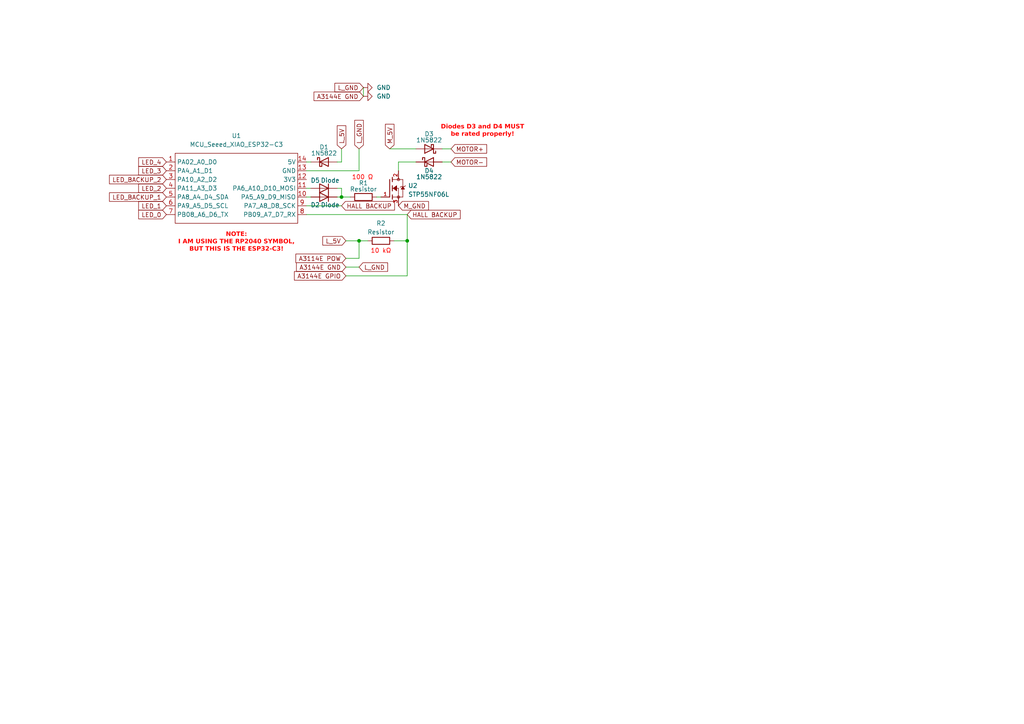
<source format=kicad_sch>
(kicad_sch (version 20231120) (generator "eeschema") (generator_version "8.0")
  (paper "A4")
  (lib_symbols
    (symbol "Diode:1N5822" (pin_numbers hide) (pin_names (offset 1.016) hide)
      (property "Reference" "D" (at 0 2.54 0))
      (property "Value" "1N5822" (at 0 -2.54 0))
      (symbol "1N5822_0_1"
        (polyline (pts (xy 1.27 0) (xy -1.27 0)))
        (polyline (pts (xy 1.27 1.27) (xy 1.27 -1.27) (xy -1.27 0) (xy 1.27 1.27)) (stroke (width 0.254)))
        (polyline (pts (xy -1.905 0.635) (xy -1.905 1.27) (xy -1.27 1.27) (xy -1.27 -1.27) (xy -0.635 -1.27) (xy -0.635 -0.635)) (stroke (width 0.254)))
      )
      (symbol "1N5822_1_1"
        (pin passive line (at -3.81 0 0) (length 2.54) (name "K") (number "1"))
        (pin passive line (at 3.81 0 180) (length 2.54) (name "A") (number "2"))
      )
    )
    (symbol "STP55NF06L:STP55NF06L" (pin_names (offset 1.016))
      (property "Reference" "U" (at -10.16 8.62 0))
      (property "Value" "STP55NF06L" (at -10.16 -11.62 0))
      (symbol "STP55NF06L_0_0"
        (circle (center 0 -2.54) (radius 0.3592))
        (polyline (pts (xy -2.54 2.54) (xy -2.54 -2.54)) (stroke (width 0.254)))
        (polyline (pts (xy -1.778 -2.54) (xy -1.778 -3.175)) (stroke (width 0.254)))
        (polyline (pts (xy -1.778 -1.905) (xy -1.778 -2.54)) (stroke (width 0.254)))
        (polyline (pts (xy -1.778 0) (xy -1.778 -0.762)) (stroke (width 0.254)))
        (polyline (pts (xy -1.778 0) (xy 0 0)) (stroke (width 0.1524)))
        (polyline (pts (xy -1.778 0.762) (xy -1.778 0)) (stroke (width 0.254)))
        (polyline (pts (xy -1.778 2.54) (xy -1.778 1.905)) (stroke (width 0.254)))
        (polyline (pts (xy -1.778 2.54) (xy 1.27 2.54)) (stroke (width 0.1524)))
        (polyline (pts (xy -1.778 3.175) (xy -1.778 2.54)) (stroke (width 0.254)))
        (polyline (pts (xy 0 -2.54) (xy -1.778 -2.54)) (stroke (width 0.1524)))
        (polyline (pts (xy 0 -2.54) (xy 1.27 -2.54)) (stroke (width 0.1524)))
        (polyline (pts (xy 0 0) (xy 0 -2.54)) (stroke (width 0.1524)))
        (polyline (pts (xy 0.762 0.508) (xy 0.508 0.254)) (stroke (width 0.1524)))
        (polyline (pts (xy 1.27 0.508) (xy 0.762 0.508)) (stroke (width 0.1524)))
        (polyline (pts (xy 1.27 0.508) (xy 1.27 -2.54)) (stroke (width 0.1524)))
        (polyline (pts (xy 1.27 2.54) (xy 1.27 0.508)) (stroke (width 0.1524)))
        (polyline (pts (xy 1.778 0.508) (xy 1.27 0.508)) (stroke (width 0.1524)))
        (polyline (pts (xy 2.032 0.762) (xy 1.778 0.508)) (stroke (width 0.1524)))
        (polyline (pts (xy -1.524 0) (xy -0.508 0.762) (xy -0.508 -0.762) (xy -1.524 0)) (stroke (width 0.1524)) (fill (type outline)))
        (polyline (pts (xy 1.27 0.508) (xy 0.762 -0.254) (xy 1.778 -0.254) (xy 1.27 0.508)) (stroke (width 0.1524)) (fill (type outline)))
        (circle (center 0 2.54) (radius 0.3592))
        (pin passive line (at -5.08 -2.54 0) (length 2.54) (name "~") (number "1"))
        (pin passive line (at 0 5.08 270) (length 2.54) (name "~") (number "2"))
        (pin passive line (at 0 -5.08 90) (length 2.54) (name "~") (number "3"))
      )
    )
    (symbol "ScottoKeebs:MCU_Seeed_XIAO_RP2040"
      (property "Reference" "U" (at -16.51 11.43 0))
      (property "Value" "MCU_Seeed_XIAO_RP2040" (at -3.81 -11.43 0))
      (symbol "MCU_Seeed_XIAO_RP2040_0_1"
        (rectangle (start -16.51 10.16) (end 19.05 -10.16))
      )
      (symbol "MCU_Seeed_XIAO_RP2040_1_1"
        (pin passive line (at -19.05 7.62 0) (length 2.54) (name "PA02_A0_D0") (number "1"))
        (pin passive line (at 21.59 -2.54 180) (length 2.54) (name "PA5_A9_D9_MISO") (number "10"))
        (pin passive line (at 21.59 0 180) (length 2.54) (name "PA6_A10_D10_MOSI") (number "11"))
        (pin passive line (at 21.59 2.54 180) (length 2.54) (name "3V3") (number "12"))
        (pin passive line (at 21.59 5.08 180) (length 2.54) (name "GND") (number "13"))
        (pin passive line (at 21.59 7.62 180) (length 2.54) (name "5V") (number "14"))
        (pin passive line (at -19.05 5.08 0) (length 2.54) (name "PA4_A1_D1") (number "2"))
        (pin passive line (at -19.05 2.54 0) (length 2.54) (name "PA10_A2_D2") (number "3"))
        (pin passive line (at -19.05 0 0) (length 2.54) (name "PA11_A3_D3") (number "4"))
        (pin passive line (at -19.05 -2.54 0) (length 2.54) (name "PA8_A4_D4_SDA") (number "5"))
        (pin passive line (at -19.05 -5.08 0) (length 2.54) (name "PA9_A5_D5_SCL") (number "6"))
        (pin passive line (at -19.05 -7.62 0) (length 2.54) (name "PB08_A6_D6_TX") (number "7"))
        (pin passive line (at 21.59 -7.62 180) (length 2.54) (name "PB09_A7_D7_RX") (number "8"))
        (pin passive line (at 21.59 -5.08 180) (length 2.54) (name "PA7_A8_D8_SCK") (number "9"))
      )
    )
    (symbol "ScottoKeebs:Placeholder_Diode" (pin_numbers hide) (pin_names hide)
      (property "Reference" "D" (at 0 2.54 0))
      (property "Value" "Diode" (at 0 -2.54 0))
      (symbol "Placeholder_Diode_0_1"
        (polyline (pts (xy -1.27 1.27) (xy -1.27 -1.27)) (stroke (width 0.254)))
        (polyline (pts (xy 1.27 0) (xy -1.27 0)))
        (polyline (pts (xy 1.27 1.27) (xy 1.27 -1.27) (xy -1.27 0) (xy 1.27 1.27)) (stroke (width 0.254)))
      )
      (symbol "Placeholder_Diode_1_1"
        (pin passive line (at -3.81 0 0) (length 2.54) (name "K") (number "1"))
        (pin passive line (at 3.81 0 180) (length 2.54) (name "A") (number "2"))
      )
    )
    (symbol "ScottoKeebs:Placeholder_Resistor" (pin_numbers hide) (pin_names (offset 0))
      (property "Reference" "R" (at 0 2.032 0))
      (property "Value" "Resistor" (at 0 -2.54 0))
      (symbol "Placeholder_Resistor_0_1"
        (rectangle (start 2.54 -1.016) (end -2.54 1.016) (stroke (width 0.254)))
      )
      (symbol "Placeholder_Resistor_1_1"
        (pin passive line (at -3.81 0 0) (length 1.27) (name "~") (number "1"))
        (pin passive line (at 3.81 0 180) (length 1.27) (name "~") (number "2"))
      )
    )
    (symbol "power:GND" (power) (pin_numbers hide) (pin_names (offset 0) hide)
      (property "Value" "GND" (at 0 -3.81 0))
      (symbol "GND_0_1"
        (polyline (pts (xy 0 0) (xy 0 -1.27) (xy 1.27 -1.27) (xy 0 -2.54) (xy -1.27 -1.27) (xy 0 -1.27)))
      )
      (symbol "GND_1_1"
        (pin power_in line (at 0 0 270) (length 0) (name "~") (number "1"))
      )
    )
  )
  (junction (at 104.14 69.85))
  (junction (at 99.06 57.15))
  (junction (at 118.11 69.85))
  (wire (pts (xy 99.06 46.99) (xy 97.79 46.99)))
  (wire (pts (xy 100.33 69.85) (xy 104.14 69.85)))
  (wire (pts (xy 90.17 54.61) (xy 88.9 54.61)))
  (wire (pts (xy 99.06 43.18) (xy 99.06 46.99)))
  (wire (pts (xy 90.17 46.99) (xy 88.9 46.99)))
  (wire (pts (xy 104.14 74.93) (xy 100.33 74.93)))
  (wire (pts (xy 118.11 69.85) (xy 118.11 80.01)))
  (wire (pts (xy 105.41 25.4) (xy 105.41 27.94)))
  (wire (pts (xy 128.27 43.18) (xy 130.81 43.18)))
  (wire (pts (xy 104.14 69.85) (xy 106.68 69.85)))
  (wire (pts (xy 88.9 59.69) (xy 99.06 59.69)))
  (wire (pts (xy 88.9 62.23) (xy 118.11 62.23)))
  (wire (pts (xy 101.6 57.15) (xy 99.06 57.15)))
  (wire (pts (xy 100.33 77.47) (xy 104.14 77.47)))
  (wire (pts (xy 118.11 62.23) (xy 118.11 69.85)))
  (wire (pts (xy 99.06 54.61) (xy 99.06 57.15)))
  (wire (pts (xy 115.57 46.99) (xy 120.65 46.99)))
  (wire (pts (xy 113.03 43.18) (xy 120.65 43.18)))
  (wire (pts (xy 109.22 57.15) (xy 110.49 57.15)))
  (wire (pts (xy 118.11 69.85) (xy 114.3 69.85)))
  (wire (pts (xy 104.14 49.53) (xy 104.14 43.18)))
  (wire (pts (xy 128.27 46.99) (xy 130.81 46.99)))
  (wire (pts (xy 115.57 49.53) (xy 115.57 46.99)))
  (wire (pts (xy 97.79 54.61) (xy 99.06 54.61)))
  (wire (pts (xy 100.33 80.01) (xy 118.11 80.01)))
  (wire (pts (xy 99.06 57.15) (xy 97.79 57.15)))
  (wire (pts (xy 88.9 49.53) (xy 104.14 49.53)))
  (wire (pts (xy 88.9 57.15) (xy 90.17 57.15)))
  (wire (pts (xy 104.14 69.85) (xy 104.14 74.93)))
  (text "10 kΩ" (at 110.49 72.898 0) (effects (font (size 1.27 1.27) (thickness 0.1588))))
  (text "NOTE:\nI AM USING THE RP2040 SYMBOL,\nBUT THIS IS THE ESP32-C3!" (at 68.58 70.612 0) (effects (font (size 1.27 1.27) (bold yes))))
  (text "Diodes D3 and D4 MUST\nbe rated properly!" (at 139.954 38.354 0) (effects (font (size 1.27 1.27) (bold yes))))
  (text "100 Ω" (at 105.156 51.562 0) (effects (font (size 1.27 1.27) (thickness 0.1588))))
  (global_label "LED_2" (shape input) (at 48.26 54.61 180) (property "Intersheetrefs" "${INTERSHEET_REFS}" (effects (hide yes))))
  (global_label "L_GND" (shape input) (at 104.14 77.47 0) (property "Intersheetrefs" "${INTERSHEET_REFS}" (effects (hide yes))))
  (global_label "A3114E POW" (shape input) (at 100.33 74.93 180) (property "Intersheetrefs" "${INTERSHEET_REFS}" (effects (hide yes))))
  (global_label "L_5V" (shape input) (at 100.33 69.85 180) (property "Intersheetrefs" "${INTERSHEET_REFS}" (effects (hide yes))))
  (global_label "LED_BACKUP_2" (shape input) (at 48.26 52.07 180) (property "Intersheetrefs" "${INTERSHEET_REFS}" (effects (hide yes))))
  (global_label "MOTOR+" (shape input) (at 130.81 43.18 0) (property "Intersheetrefs" "${INTERSHEET_REFS}" (effects (hide yes))))
  (global_label "LED_0" (shape input) (at 48.26 62.23 180) (property "Intersheetrefs" "${INTERSHEET_REFS}" (effects (hide yes))))
  (global_label "A3144E GND" (shape input) (at 105.41 27.94 180) (property "Intersheetrefs" "${INTERSHEET_REFS}" (effects (hide yes))))
  (global_label "A3144E GPIO" (shape input) (at 100.33 80.01 180) (property "Intersheetrefs" "${INTERSHEET_REFS}" (effects (hide yes))))
  (global_label "L_5V" (shape input) (at 99.06 43.18 90) (property "Intersheetrefs" "${INTERSHEET_REFS}" (effects (hide yes))))
  (global_label "M_5V" (shape input) (at 113.03 43.18 90) (property "Intersheetrefs" "${INTERSHEET_REFS}" (effects (hide yes))))
  (global_label "MOTOR-" (shape input) (at 130.81 46.99 0) (property "Intersheetrefs" "${INTERSHEET_REFS}" (effects (hide yes))))
  (global_label "L_GND" (shape input) (at 104.14 43.18 90) (property "Intersheetrefs" "${INTERSHEET_REFS}" (effects (hide yes))))
  (global_label "LED_3" (shape input) (at 48.26 49.53 180) (property "Intersheetrefs" "${INTERSHEET_REFS}" (effects (hide yes))))
  (global_label "LED_4" (shape input) (at 48.26 46.99 180) (property "Intersheetrefs" "${INTERSHEET_REFS}" (effects (hide yes))))
  (global_label "L_GND" (shape input) (at 105.41 25.4 180) (property "Intersheetrefs" "${INTERSHEET_REFS}" (effects (hide yes))))
  (global_label "HALL BACKUP" (shape input) (at 99.06 59.69 0) (property "Intersheetrefs" "${INTERSHEET_REFS}" (effects (hide yes))))
  (global_label "LED_1" (shape input) (at 48.26 59.69 180) (property "Intersheetrefs" "${INTERSHEET_REFS}" (effects (hide yes))))
  (global_label "M_GND" (shape input) (at 115.57 59.69 0) (property "Intersheetrefs" "${INTERSHEET_REFS}" (effects (hide yes))))
  (global_label "HALL BACKUP" (shape input) (at 118.11 62.23 0) (property "Intersheetrefs" "${INTERSHEET_REFS}" (effects (hide yes))))
  (global_label "LED_BACKUP_1" (shape input) (at 48.26 57.15 180) (property "Intersheetrefs" "${INTERSHEET_REFS}" (effects (hide yes))))
  (global_label "A3144E GND" (shape input) (at 100.33 77.47 180) (property "Intersheetrefs" "${INTERSHEET_REFS}" (effects (hide yes))))
  (symbol (lib_id "ScottoKeebs:Placeholder_Resistor") (at 105.41 57.15 0) (unit 1)
    (property "Reference" "R1" (at 105.41 53.086 0))
    (property "Value" "Resistor" (at 105.41 54.864 0))
    (property "Footprint" "Resistor_THT:R_Axial_DIN0411_L9.9mm_D3.6mm_P20.32mm_Horizontal" (effects (hide yes)))
    (property "Description" "Resistor" (effects (hide yes)))
  )
  (symbol (lib_id "ScottoKeebs:Placeholder_Diode") (at 93.98 54.61 180) (unit 1)
    (property "Reference" "D5" (at 91.44 52.324 0))
    (property "Value" "Diode" (at 95.758 52.324 0))
    (property "Footprint" "ScottoKeebs_Components:Diode_DO-35" (effects (hide yes)))
    (property "Description" "1N4148 (DO-35) or 1N4148W (SOD-123)" (effects (hide yes)))
    (property "Sim.Device" "D" (effects (hide yes)))
    (property "Sim.Pins" "1=K 2=A" (effects (hide yes)))
  )
  (symbol (lib_id "ScottoKeebs:Placeholder_Diode") (at 93.98 57.15 180) (unit 1)
    (property "Reference" "D2" (at 91.44 59.436 0))
    (property "Value" "Diode" (at 95.758 59.436 0))
    (property "Footprint" "ScottoKeebs_Components:Diode_DO-35" (effects (hide yes)))
    (property "Description" "1N4148 (DO-35) or 1N4148W (SOD-123)" (effects (hide yes)))
    (property "Sim.Device" "D" (effects (hide yes)))
    (property "Sim.Pins" "1=K 2=A" (effects (hide yes)))
  )
  (symbol (lib_id "Diode:1N5822") (at 124.46 43.18 180) (unit 1)
    (property "Reference" "D3" (at 124.46 38.862 0))
    (property "Value" "1N5822" (at 124.46 40.64 0))
    (property "Footprint" "Diode_THT:D_DO-201AD_P15.24mm_Horizontal" (effects (hide yes)))
    (property "Datasheet" "http://www.vishay.com/docs/88526/1n5820.pdf" (effects (hide yes)))
    (property "Description" "40V 3A Schottky Barrier Rectifier Diode, DO-201AD" (effects (hide yes)))
  )
  (symbol (lib_id "STP55NF06L:STP55NF06L") (at 115.57 54.61 0) (unit 1)
    (property "Reference" "U2" (at 118.364 53.848 0) (effects (justify left)))
    (property "Value" "STP55NF06L" (at 118.364 56.388 0) (effects (justify left)))
    (property "Footprint" "STP55NF06L:TO254P1040X460X1935-3" (effects (hide yes)))
    (property "MF" "STMicroelectronics" (effects (hide yes)))
    (property "DESCRIPTION" "N-channel 60 V, 0.014 Ohm typ., 35 A StripFET II Power MOSFET in a TO-220 package" (effects (hide yes)))
    (property "PACKAGE" "TO-220 STMicroelectronics" (effects (hide yes)))
    (property "PRICE" "None" (effects (hide yes)))
    (property "Package" "TO-220-3 STMicroelectronics" (effects (hide yes)))
    (property "Check_prices" "https://www.snapeda.com/parts/STP55NF06L/STMicroelectronics/view-part/?ref=eda" (effects (hide yes)))
    (property "STANDARD" "IPC7351B" (effects (hide yes)))
    (property "SnapEDA_Link" "https://www.snapeda.com/parts/STP55NF06L/STMicroelectronics/view-part/?ref=snap" (effects (hide yes)))
    (property "MP" "STP55NF06L" (effects (hide yes)))
    (property "Description_1" "\n                        \n                            N-Channel 60V 55A (Tc) 95W (Tc) Through Hole TO-220AB\n                        \n" (effects (hide yes)))
    (property "Availability" "In Stock" (effects (hide yes)))
    (property "Price" "None" (effects (hide yes)))
    (property "MANUFACTURER" "STMicroelectronics" (effects (hide yes)))
  )
  (symbol (lib_id "ScottoKeebs:Placeholder_Resistor") (at 110.49 69.85 0) (unit 1)
    (property "Reference" "R2" (at 110.49 64.77 0))
    (property "Value" "Resistor" (at 110.49 67.31 0))
    (property "Footprint" "Resistor_THT:R_Axial_DIN0411_L9.9mm_D3.6mm_P15.24mm_Horizontal" (effects (hide yes)))
    (property "Description" "Resistor" (effects (hide yes)))
  )
  (symbol (lib_id "ScottoKeebs:MCU_Seeed_XIAO_RP2040") (at 67.31 54.61 0) (unit 1)
    (property "Reference" "U1" (at 68.58 39.37 0))
    (property "Value" "MCU_Seeed_XIAO_ESP32-C3" (at 68.58 41.91 0))
    (property "Footprint" "ScottoKeebs_MCU:Seeed_XIAO_RP2040" (effects (hide yes)))
  )
  (symbol (lib_id "power:GND") (at 105.41 27.94 90) (unit 1)
    (property "Reference" "#PWR02" (effects (hide yes)))
    (property "Value" "GND" (at 109.22 27.9399 90) (effects (justify right)))
    (property "Description" "Power symbol creates a global label with name \"GND\" , ground" (effects (hide yes)))
  )
  (symbol (lib_id "power:GND") (at 105.41 25.4 90) (unit 1)
    (property "Reference" "#PWR01" (effects (hide yes)))
    (property "Value" "GND" (at 109.22 25.3999 90) (effects (justify right)))
    (property "Description" "Power symbol creates a global label with name \"GND\" , ground" (effects (hide yes)))
  )
  (symbol (lib_id "Diode:1N5822") (at 124.46 46.99 0) (unit 1)
    (property "Reference" "D4" (at 124.46 49.53 0))
    (property "Value" "1N5822" (at 124.46 51.308 0))
    (property "Footprint" "Diode_THT:D_DO-201AD_P15.24mm_Horizontal" (effects (hide yes)))
    (property "Datasheet" "http://www.vishay.com/docs/88526/1n5820.pdf" (effects (hide yes)))
    (property "Description" "40V 3A Schottky Barrier Rectifier Diode, DO-201AD" (effects (hide yes)))
  )
  (symbol (lib_id "Diode:1N5822") (at 93.98 46.99 0) (unit 1)
    (property "Reference" "D1" (at 93.98 42.672 0))
    (property "Value" "1N5822" (at 93.98 44.45 0))
    (property "Footprint" "Diode_THT:D_DO-201AD_P15.24mm_Horizontal" (effects (hide yes)))
    (property "Datasheet" "http://www.vishay.com/docs/88526/1n5820.pdf" (effects (hide yes)))
    (property "Description" "40V 3A Schottky Barrier Rectifier Diode, DO-201AD" (effects (hide yes)))
  )
)
</source>
